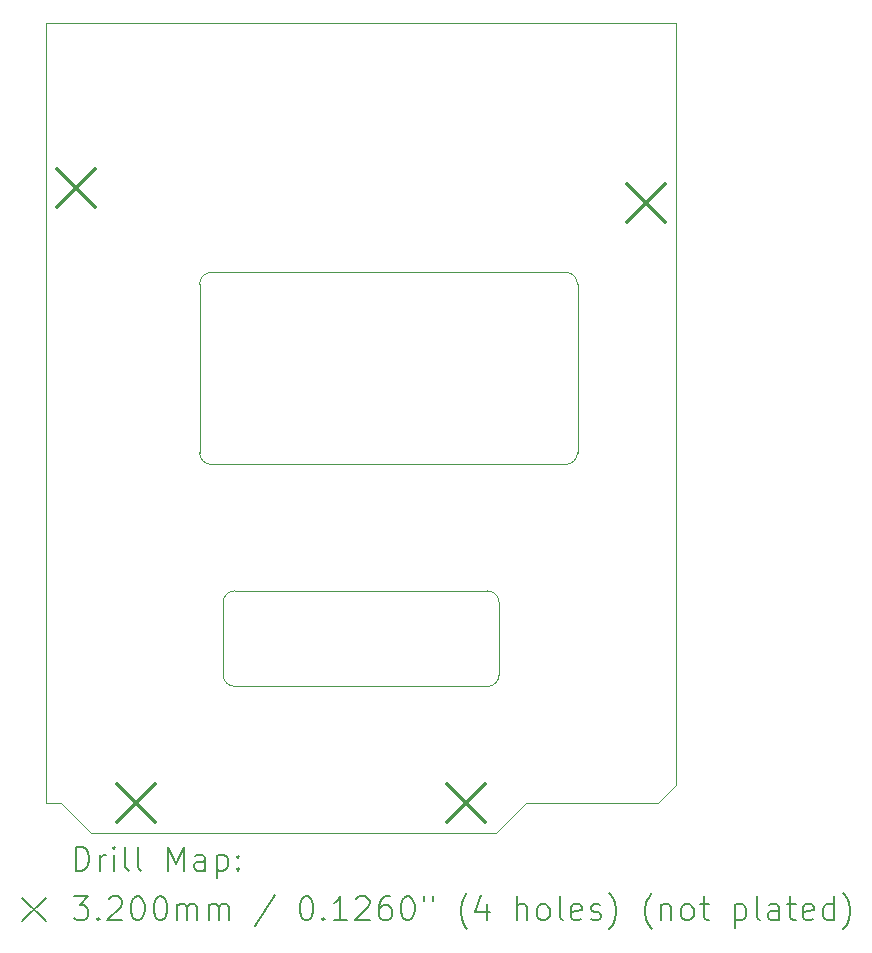
<source format=gbr>
%TF.GenerationSoftware,KiCad,Pcbnew,(6.0.11)*%
%TF.CreationDate,2024-01-05T14:55:07+00:00*%
%TF.ProjectId,EcoIDTesterCaseFront,45636f49-4454-4657-9374-657243617365,rev?*%
%TF.SameCoordinates,Original*%
%TF.FileFunction,Drillmap*%
%TF.FilePolarity,Positive*%
%FSLAX45Y45*%
G04 Gerber Fmt 4.5, Leading zero omitted, Abs format (unit mm)*
G04 Created by KiCad (PCBNEW (6.0.11)) date 2024-01-05 14:55:07*
%MOMM*%
%LPD*%
G01*
G04 APERTURE LIST*
%ADD10C,0.100000*%
%ADD11C,0.200000*%
%ADD12C,0.320000*%
G04 APERTURE END LIST*
D10*
X23582000Y-8692000D02*
X23582000Y-10118000D01*
X23482000Y-10218000D02*
X20482000Y-10218000D01*
X20482000Y-8592000D02*
X23482000Y-8592000D01*
X23482000Y-10218000D02*
G75*
G03*
X23582000Y-10118000I0J100000D01*
G01*
X20382000Y-10118000D02*
X20382000Y-8692000D01*
X20482000Y-8592000D02*
G75*
G03*
X20382000Y-8692000I0J-100000D01*
G01*
X23582000Y-8692000D02*
G75*
G03*
X23482000Y-8592000I-100000J0D01*
G01*
X20382000Y-10118000D02*
G75*
G03*
X20482000Y-10218000I100000J0D01*
G01*
X22818145Y-12098000D02*
X20680855Y-12098000D01*
X22918145Y-11388000D02*
G75*
G03*
X22818145Y-11288000I-99999J1D01*
G01*
X22918145Y-11388000D02*
X22918145Y-11998000D01*
X22818145Y-12098000D02*
G75*
G03*
X22918145Y-11998000I-1J100001D01*
G01*
X20680855Y-11288000D02*
X22818145Y-11288000D01*
X20680855Y-11288000D02*
G75*
G03*
X20580855Y-11388000I0J-100000D01*
G01*
X20580855Y-11998000D02*
G75*
G03*
X20680855Y-12098000I100000J0D01*
G01*
X20580855Y-11998000D02*
X20580855Y-11388000D01*
X19083000Y-13086000D02*
X19209000Y-13086000D01*
X19209000Y-13086000D02*
X19463000Y-13340000D01*
X22892000Y-13341000D02*
X23147000Y-13087000D01*
X24417000Y-12935000D02*
X24416000Y-6485000D01*
X19463000Y-13340000D02*
X22892000Y-13341000D01*
X19083000Y-6483000D02*
X19083000Y-13086000D01*
X23147000Y-13087000D02*
X24264000Y-13087000D01*
X24264000Y-13087000D02*
X24417000Y-12935000D01*
X24416000Y-6485000D02*
X19083000Y-6483000D01*
D11*
D12*
X19177000Y-7720000D02*
X19497000Y-8040000D01*
X19497000Y-7720000D02*
X19177000Y-8040000D01*
X19685000Y-12927000D02*
X20005000Y-13247000D01*
X20005000Y-12927000D02*
X19685000Y-13247000D01*
X22479000Y-12927000D02*
X22799000Y-13247000D01*
X22799000Y-12927000D02*
X22479000Y-13247000D01*
X24003000Y-7847000D02*
X24323000Y-8167000D01*
X24323000Y-7847000D02*
X24003000Y-8167000D01*
D11*
X19335619Y-13656476D02*
X19335619Y-13456476D01*
X19383238Y-13456476D01*
X19411810Y-13466000D01*
X19430857Y-13485048D01*
X19440381Y-13504095D01*
X19449905Y-13542190D01*
X19449905Y-13570762D01*
X19440381Y-13608857D01*
X19430857Y-13627905D01*
X19411810Y-13646952D01*
X19383238Y-13656476D01*
X19335619Y-13656476D01*
X19535619Y-13656476D02*
X19535619Y-13523143D01*
X19535619Y-13561238D02*
X19545143Y-13542190D01*
X19554667Y-13532667D01*
X19573714Y-13523143D01*
X19592762Y-13523143D01*
X19659429Y-13656476D02*
X19659429Y-13523143D01*
X19659429Y-13456476D02*
X19649905Y-13466000D01*
X19659429Y-13475524D01*
X19668952Y-13466000D01*
X19659429Y-13456476D01*
X19659429Y-13475524D01*
X19783238Y-13656476D02*
X19764190Y-13646952D01*
X19754667Y-13627905D01*
X19754667Y-13456476D01*
X19888000Y-13656476D02*
X19868952Y-13646952D01*
X19859429Y-13627905D01*
X19859429Y-13456476D01*
X20116571Y-13656476D02*
X20116571Y-13456476D01*
X20183238Y-13599333D01*
X20249905Y-13456476D01*
X20249905Y-13656476D01*
X20430857Y-13656476D02*
X20430857Y-13551714D01*
X20421333Y-13532667D01*
X20402286Y-13523143D01*
X20364190Y-13523143D01*
X20345143Y-13532667D01*
X20430857Y-13646952D02*
X20411810Y-13656476D01*
X20364190Y-13656476D01*
X20345143Y-13646952D01*
X20335619Y-13627905D01*
X20335619Y-13608857D01*
X20345143Y-13589809D01*
X20364190Y-13580286D01*
X20411810Y-13580286D01*
X20430857Y-13570762D01*
X20526095Y-13523143D02*
X20526095Y-13723143D01*
X20526095Y-13532667D02*
X20545143Y-13523143D01*
X20583238Y-13523143D01*
X20602286Y-13532667D01*
X20611810Y-13542190D01*
X20621333Y-13561238D01*
X20621333Y-13618381D01*
X20611810Y-13637428D01*
X20602286Y-13646952D01*
X20583238Y-13656476D01*
X20545143Y-13656476D01*
X20526095Y-13646952D01*
X20707048Y-13637428D02*
X20716571Y-13646952D01*
X20707048Y-13656476D01*
X20697524Y-13646952D01*
X20707048Y-13637428D01*
X20707048Y-13656476D01*
X20707048Y-13532667D02*
X20716571Y-13542190D01*
X20707048Y-13551714D01*
X20697524Y-13542190D01*
X20707048Y-13532667D01*
X20707048Y-13551714D01*
X18878000Y-13886000D02*
X19078000Y-14086000D01*
X19078000Y-13886000D02*
X18878000Y-14086000D01*
X19316571Y-13876476D02*
X19440381Y-13876476D01*
X19373714Y-13952667D01*
X19402286Y-13952667D01*
X19421333Y-13962190D01*
X19430857Y-13971714D01*
X19440381Y-13990762D01*
X19440381Y-14038381D01*
X19430857Y-14057428D01*
X19421333Y-14066952D01*
X19402286Y-14076476D01*
X19345143Y-14076476D01*
X19326095Y-14066952D01*
X19316571Y-14057428D01*
X19526095Y-14057428D02*
X19535619Y-14066952D01*
X19526095Y-14076476D01*
X19516571Y-14066952D01*
X19526095Y-14057428D01*
X19526095Y-14076476D01*
X19611810Y-13895524D02*
X19621333Y-13886000D01*
X19640381Y-13876476D01*
X19688000Y-13876476D01*
X19707048Y-13886000D01*
X19716571Y-13895524D01*
X19726095Y-13914571D01*
X19726095Y-13933619D01*
X19716571Y-13962190D01*
X19602286Y-14076476D01*
X19726095Y-14076476D01*
X19849905Y-13876476D02*
X19868952Y-13876476D01*
X19888000Y-13886000D01*
X19897524Y-13895524D01*
X19907048Y-13914571D01*
X19916571Y-13952667D01*
X19916571Y-14000286D01*
X19907048Y-14038381D01*
X19897524Y-14057428D01*
X19888000Y-14066952D01*
X19868952Y-14076476D01*
X19849905Y-14076476D01*
X19830857Y-14066952D01*
X19821333Y-14057428D01*
X19811810Y-14038381D01*
X19802286Y-14000286D01*
X19802286Y-13952667D01*
X19811810Y-13914571D01*
X19821333Y-13895524D01*
X19830857Y-13886000D01*
X19849905Y-13876476D01*
X20040381Y-13876476D02*
X20059429Y-13876476D01*
X20078476Y-13886000D01*
X20088000Y-13895524D01*
X20097524Y-13914571D01*
X20107048Y-13952667D01*
X20107048Y-14000286D01*
X20097524Y-14038381D01*
X20088000Y-14057428D01*
X20078476Y-14066952D01*
X20059429Y-14076476D01*
X20040381Y-14076476D01*
X20021333Y-14066952D01*
X20011810Y-14057428D01*
X20002286Y-14038381D01*
X19992762Y-14000286D01*
X19992762Y-13952667D01*
X20002286Y-13914571D01*
X20011810Y-13895524D01*
X20021333Y-13886000D01*
X20040381Y-13876476D01*
X20192762Y-14076476D02*
X20192762Y-13943143D01*
X20192762Y-13962190D02*
X20202286Y-13952667D01*
X20221333Y-13943143D01*
X20249905Y-13943143D01*
X20268952Y-13952667D01*
X20278476Y-13971714D01*
X20278476Y-14076476D01*
X20278476Y-13971714D02*
X20288000Y-13952667D01*
X20307048Y-13943143D01*
X20335619Y-13943143D01*
X20354667Y-13952667D01*
X20364190Y-13971714D01*
X20364190Y-14076476D01*
X20459429Y-14076476D02*
X20459429Y-13943143D01*
X20459429Y-13962190D02*
X20468952Y-13952667D01*
X20488000Y-13943143D01*
X20516571Y-13943143D01*
X20535619Y-13952667D01*
X20545143Y-13971714D01*
X20545143Y-14076476D01*
X20545143Y-13971714D02*
X20554667Y-13952667D01*
X20573714Y-13943143D01*
X20602286Y-13943143D01*
X20621333Y-13952667D01*
X20630857Y-13971714D01*
X20630857Y-14076476D01*
X21021333Y-13866952D02*
X20849905Y-14124095D01*
X21278476Y-13876476D02*
X21297524Y-13876476D01*
X21316571Y-13886000D01*
X21326095Y-13895524D01*
X21335619Y-13914571D01*
X21345143Y-13952667D01*
X21345143Y-14000286D01*
X21335619Y-14038381D01*
X21326095Y-14057428D01*
X21316571Y-14066952D01*
X21297524Y-14076476D01*
X21278476Y-14076476D01*
X21259429Y-14066952D01*
X21249905Y-14057428D01*
X21240381Y-14038381D01*
X21230857Y-14000286D01*
X21230857Y-13952667D01*
X21240381Y-13914571D01*
X21249905Y-13895524D01*
X21259429Y-13886000D01*
X21278476Y-13876476D01*
X21430857Y-14057428D02*
X21440381Y-14066952D01*
X21430857Y-14076476D01*
X21421333Y-14066952D01*
X21430857Y-14057428D01*
X21430857Y-14076476D01*
X21630857Y-14076476D02*
X21516571Y-14076476D01*
X21573714Y-14076476D02*
X21573714Y-13876476D01*
X21554667Y-13905048D01*
X21535619Y-13924095D01*
X21516571Y-13933619D01*
X21707048Y-13895524D02*
X21716571Y-13886000D01*
X21735619Y-13876476D01*
X21783238Y-13876476D01*
X21802286Y-13886000D01*
X21811810Y-13895524D01*
X21821333Y-13914571D01*
X21821333Y-13933619D01*
X21811810Y-13962190D01*
X21697524Y-14076476D01*
X21821333Y-14076476D01*
X21992762Y-13876476D02*
X21954667Y-13876476D01*
X21935619Y-13886000D01*
X21926095Y-13895524D01*
X21907048Y-13924095D01*
X21897524Y-13962190D01*
X21897524Y-14038381D01*
X21907048Y-14057428D01*
X21916571Y-14066952D01*
X21935619Y-14076476D01*
X21973714Y-14076476D01*
X21992762Y-14066952D01*
X22002286Y-14057428D01*
X22011810Y-14038381D01*
X22011810Y-13990762D01*
X22002286Y-13971714D01*
X21992762Y-13962190D01*
X21973714Y-13952667D01*
X21935619Y-13952667D01*
X21916571Y-13962190D01*
X21907048Y-13971714D01*
X21897524Y-13990762D01*
X22135619Y-13876476D02*
X22154667Y-13876476D01*
X22173714Y-13886000D01*
X22183238Y-13895524D01*
X22192762Y-13914571D01*
X22202286Y-13952667D01*
X22202286Y-14000286D01*
X22192762Y-14038381D01*
X22183238Y-14057428D01*
X22173714Y-14066952D01*
X22154667Y-14076476D01*
X22135619Y-14076476D01*
X22116571Y-14066952D01*
X22107048Y-14057428D01*
X22097524Y-14038381D01*
X22088000Y-14000286D01*
X22088000Y-13952667D01*
X22097524Y-13914571D01*
X22107048Y-13895524D01*
X22116571Y-13886000D01*
X22135619Y-13876476D01*
X22278476Y-13876476D02*
X22278476Y-13914571D01*
X22354667Y-13876476D02*
X22354667Y-13914571D01*
X22649905Y-14152667D02*
X22640381Y-14143143D01*
X22621333Y-14114571D01*
X22611809Y-14095524D01*
X22602286Y-14066952D01*
X22592762Y-14019333D01*
X22592762Y-13981238D01*
X22602286Y-13933619D01*
X22611809Y-13905048D01*
X22621333Y-13886000D01*
X22640381Y-13857428D01*
X22649905Y-13847905D01*
X22811809Y-13943143D02*
X22811809Y-14076476D01*
X22764190Y-13866952D02*
X22716571Y-14009809D01*
X22840381Y-14009809D01*
X23068952Y-14076476D02*
X23068952Y-13876476D01*
X23154667Y-14076476D02*
X23154667Y-13971714D01*
X23145143Y-13952667D01*
X23126095Y-13943143D01*
X23097524Y-13943143D01*
X23078476Y-13952667D01*
X23068952Y-13962190D01*
X23278476Y-14076476D02*
X23259428Y-14066952D01*
X23249905Y-14057428D01*
X23240381Y-14038381D01*
X23240381Y-13981238D01*
X23249905Y-13962190D01*
X23259428Y-13952667D01*
X23278476Y-13943143D01*
X23307048Y-13943143D01*
X23326095Y-13952667D01*
X23335619Y-13962190D01*
X23345143Y-13981238D01*
X23345143Y-14038381D01*
X23335619Y-14057428D01*
X23326095Y-14066952D01*
X23307048Y-14076476D01*
X23278476Y-14076476D01*
X23459428Y-14076476D02*
X23440381Y-14066952D01*
X23430857Y-14047905D01*
X23430857Y-13876476D01*
X23611809Y-14066952D02*
X23592762Y-14076476D01*
X23554667Y-14076476D01*
X23535619Y-14066952D01*
X23526095Y-14047905D01*
X23526095Y-13971714D01*
X23535619Y-13952667D01*
X23554667Y-13943143D01*
X23592762Y-13943143D01*
X23611809Y-13952667D01*
X23621333Y-13971714D01*
X23621333Y-13990762D01*
X23526095Y-14009809D01*
X23697524Y-14066952D02*
X23716571Y-14076476D01*
X23754667Y-14076476D01*
X23773714Y-14066952D01*
X23783238Y-14047905D01*
X23783238Y-14038381D01*
X23773714Y-14019333D01*
X23754667Y-14009809D01*
X23726095Y-14009809D01*
X23707048Y-14000286D01*
X23697524Y-13981238D01*
X23697524Y-13971714D01*
X23707048Y-13952667D01*
X23726095Y-13943143D01*
X23754667Y-13943143D01*
X23773714Y-13952667D01*
X23849905Y-14152667D02*
X23859428Y-14143143D01*
X23878476Y-14114571D01*
X23888000Y-14095524D01*
X23897524Y-14066952D01*
X23907048Y-14019333D01*
X23907048Y-13981238D01*
X23897524Y-13933619D01*
X23888000Y-13905048D01*
X23878476Y-13886000D01*
X23859428Y-13857428D01*
X23849905Y-13847905D01*
X24211809Y-14152667D02*
X24202286Y-14143143D01*
X24183238Y-14114571D01*
X24173714Y-14095524D01*
X24164190Y-14066952D01*
X24154667Y-14019333D01*
X24154667Y-13981238D01*
X24164190Y-13933619D01*
X24173714Y-13905048D01*
X24183238Y-13886000D01*
X24202286Y-13857428D01*
X24211809Y-13847905D01*
X24288000Y-13943143D02*
X24288000Y-14076476D01*
X24288000Y-13962190D02*
X24297524Y-13952667D01*
X24316571Y-13943143D01*
X24345143Y-13943143D01*
X24364190Y-13952667D01*
X24373714Y-13971714D01*
X24373714Y-14076476D01*
X24497524Y-14076476D02*
X24478476Y-14066952D01*
X24468952Y-14057428D01*
X24459428Y-14038381D01*
X24459428Y-13981238D01*
X24468952Y-13962190D01*
X24478476Y-13952667D01*
X24497524Y-13943143D01*
X24526095Y-13943143D01*
X24545143Y-13952667D01*
X24554667Y-13962190D01*
X24564190Y-13981238D01*
X24564190Y-14038381D01*
X24554667Y-14057428D01*
X24545143Y-14066952D01*
X24526095Y-14076476D01*
X24497524Y-14076476D01*
X24621333Y-13943143D02*
X24697524Y-13943143D01*
X24649905Y-13876476D02*
X24649905Y-14047905D01*
X24659428Y-14066952D01*
X24678476Y-14076476D01*
X24697524Y-14076476D01*
X24916571Y-13943143D02*
X24916571Y-14143143D01*
X24916571Y-13952667D02*
X24935619Y-13943143D01*
X24973714Y-13943143D01*
X24992762Y-13952667D01*
X25002286Y-13962190D01*
X25011809Y-13981238D01*
X25011809Y-14038381D01*
X25002286Y-14057428D01*
X24992762Y-14066952D01*
X24973714Y-14076476D01*
X24935619Y-14076476D01*
X24916571Y-14066952D01*
X25126095Y-14076476D02*
X25107048Y-14066952D01*
X25097524Y-14047905D01*
X25097524Y-13876476D01*
X25288000Y-14076476D02*
X25288000Y-13971714D01*
X25278476Y-13952667D01*
X25259428Y-13943143D01*
X25221333Y-13943143D01*
X25202286Y-13952667D01*
X25288000Y-14066952D02*
X25268952Y-14076476D01*
X25221333Y-14076476D01*
X25202286Y-14066952D01*
X25192762Y-14047905D01*
X25192762Y-14028857D01*
X25202286Y-14009809D01*
X25221333Y-14000286D01*
X25268952Y-14000286D01*
X25288000Y-13990762D01*
X25354667Y-13943143D02*
X25430857Y-13943143D01*
X25383238Y-13876476D02*
X25383238Y-14047905D01*
X25392762Y-14066952D01*
X25411809Y-14076476D01*
X25430857Y-14076476D01*
X25573714Y-14066952D02*
X25554667Y-14076476D01*
X25516571Y-14076476D01*
X25497524Y-14066952D01*
X25488000Y-14047905D01*
X25488000Y-13971714D01*
X25497524Y-13952667D01*
X25516571Y-13943143D01*
X25554667Y-13943143D01*
X25573714Y-13952667D01*
X25583238Y-13971714D01*
X25583238Y-13990762D01*
X25488000Y-14009809D01*
X25754667Y-14076476D02*
X25754667Y-13876476D01*
X25754667Y-14066952D02*
X25735619Y-14076476D01*
X25697524Y-14076476D01*
X25678476Y-14066952D01*
X25668952Y-14057428D01*
X25659428Y-14038381D01*
X25659428Y-13981238D01*
X25668952Y-13962190D01*
X25678476Y-13952667D01*
X25697524Y-13943143D01*
X25735619Y-13943143D01*
X25754667Y-13952667D01*
X25830857Y-14152667D02*
X25840381Y-14143143D01*
X25859428Y-14114571D01*
X25868952Y-14095524D01*
X25878476Y-14066952D01*
X25888000Y-14019333D01*
X25888000Y-13981238D01*
X25878476Y-13933619D01*
X25868952Y-13905048D01*
X25859428Y-13886000D01*
X25840381Y-13857428D01*
X25830857Y-13847905D01*
M02*

</source>
